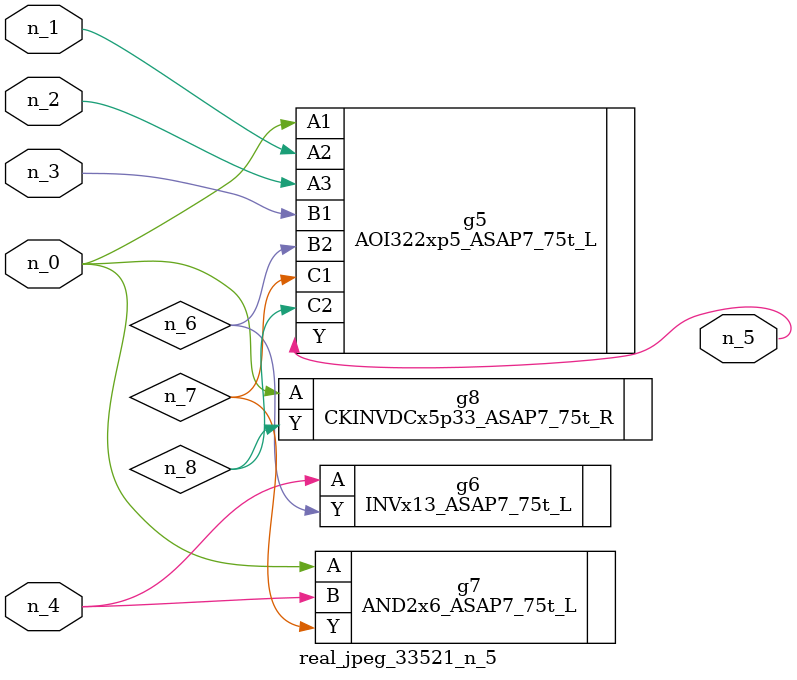
<source format=v>
module real_jpeg_33521_n_5 (n_4, n_0, n_1, n_2, n_3, n_5);

input n_4;
input n_0;
input n_1;
input n_2;
input n_3;

output n_5;

wire n_8;
wire n_6;
wire n_7;

AOI322xp5_ASAP7_75t_L g5 ( 
.A1(n_0),
.A2(n_1),
.A3(n_2),
.B1(n_3),
.B2(n_6),
.C1(n_7),
.C2(n_8),
.Y(n_5)
);

AND2x6_ASAP7_75t_L g7 ( 
.A(n_0),
.B(n_4),
.Y(n_7)
);

CKINVDCx5p33_ASAP7_75t_R g8 ( 
.A(n_0),
.Y(n_8)
);

INVx13_ASAP7_75t_L g6 ( 
.A(n_4),
.Y(n_6)
);


endmodule
</source>
